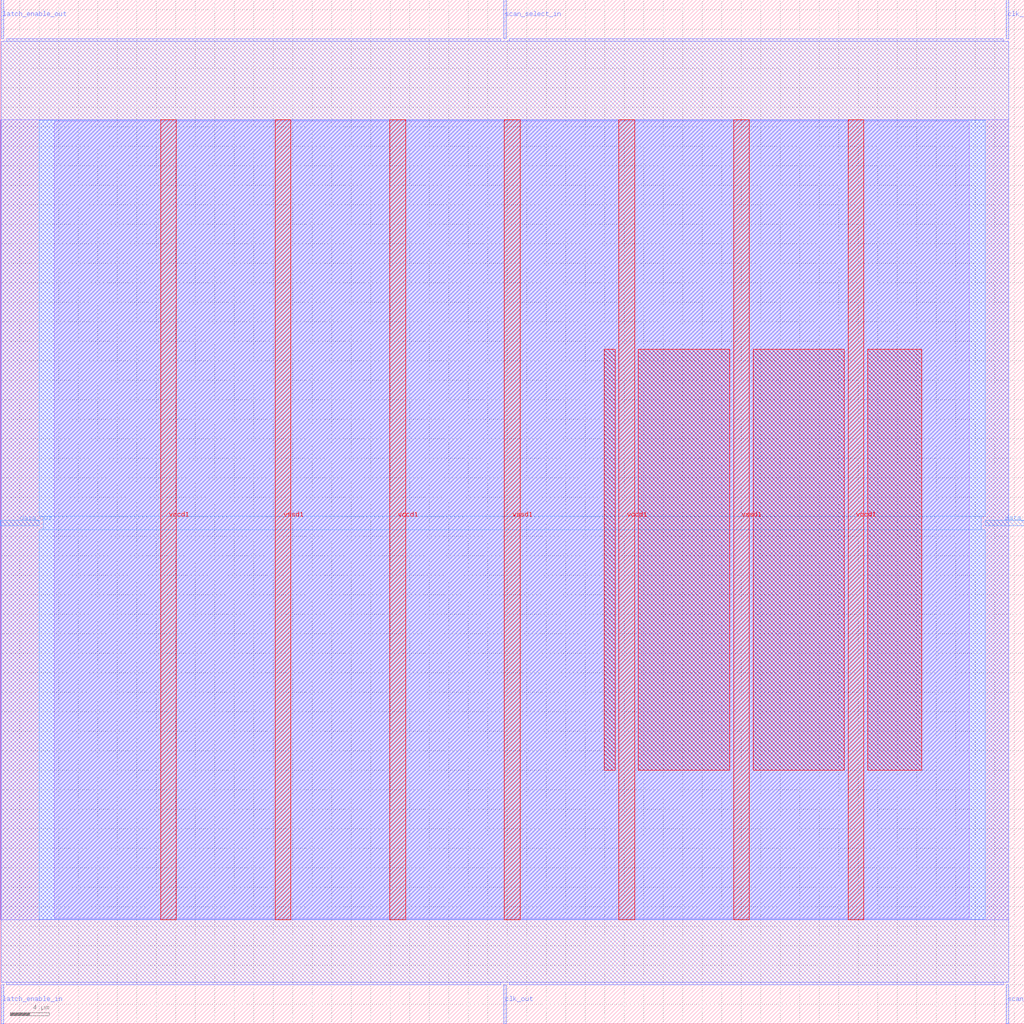
<source format=lef>
VERSION 5.7 ;
  NOWIREEXTENSIONATPIN ON ;
  DIVIDERCHAR "/" ;
  BUSBITCHARS "[]" ;
MACRO scan_wrapper_341424636358034002
  CLASS BLOCK ;
  FOREIGN scan_wrapper_341424636358034002 ;
  ORIGIN 0.000 0.000 ;
  SIZE 105.000 BY 105.000 ;
  PIN clk_in
    DIRECTION INPUT ;
    USE SIGNAL ;
    PORT
      LAYER met2 ;
        RECT 103.130 101.000 103.410 105.000 ;
    END
  END clk_in
  PIN clk_out
    DIRECTION OUTPUT TRISTATE ;
    USE SIGNAL ;
    PORT
      LAYER met2 ;
        RECT 51.610 0.000 51.890 4.000 ;
    END
  END clk_out
  PIN data_in
    DIRECTION INPUT ;
    USE SIGNAL ;
    PORT
      LAYER met3 ;
        RECT 101.000 51.040 105.000 51.640 ;
    END
  END data_in
  PIN data_out
    DIRECTION OUTPUT TRISTATE ;
    USE SIGNAL ;
    PORT
      LAYER met3 ;
        RECT 0.000 51.040 4.000 51.640 ;
    END
  END data_out
  PIN latch_enable_in
    DIRECTION INPUT ;
    USE SIGNAL ;
    PORT
      LAYER met2 ;
        RECT 0.090 0.000 0.370 4.000 ;
    END
  END latch_enable_in
  PIN latch_enable_out
    DIRECTION OUTPUT TRISTATE ;
    USE SIGNAL ;
    PORT
      LAYER met2 ;
        RECT 0.090 101.000 0.370 105.000 ;
    END
  END latch_enable_out
  PIN scan_select_in
    DIRECTION INPUT ;
    USE SIGNAL ;
    PORT
      LAYER met2 ;
        RECT 51.610 101.000 51.890 105.000 ;
    END
  END scan_select_in
  PIN scan_select_out
    DIRECTION OUTPUT TRISTATE ;
    USE SIGNAL ;
    PORT
      LAYER met2 ;
        RECT 103.130 0.000 103.410 4.000 ;
    END
  END scan_select_out
  PIN vccd1
    DIRECTION INOUT ;
    USE POWER ;
    PORT
      LAYER met4 ;
        RECT 16.465 10.640 18.065 92.720 ;
    END
    PORT
      LAYER met4 ;
        RECT 39.955 10.640 41.555 92.720 ;
    END
    PORT
      LAYER met4 ;
        RECT 63.445 10.640 65.045 92.720 ;
    END
    PORT
      LAYER met4 ;
        RECT 86.935 10.640 88.535 92.720 ;
    END
  END vccd1
  PIN vssd1
    DIRECTION INOUT ;
    USE GROUND ;
    PORT
      LAYER met4 ;
        RECT 28.210 10.640 29.810 92.720 ;
    END
    PORT
      LAYER met4 ;
        RECT 51.700 10.640 53.300 92.720 ;
    END
    PORT
      LAYER met4 ;
        RECT 75.190 10.640 76.790 92.720 ;
    END
  END vssd1
  OBS
      LAYER li1 ;
        RECT 5.520 10.795 99.360 92.565 ;
      LAYER met1 ;
        RECT 0.070 10.640 103.430 92.720 ;
      LAYER met2 ;
        RECT 0.650 100.720 51.330 101.000 ;
        RECT 52.170 100.720 102.850 101.000 ;
        RECT 0.100 4.280 103.400 100.720 ;
        RECT 0.650 4.000 51.330 4.280 ;
        RECT 52.170 4.000 102.850 4.280 ;
      LAYER met3 ;
        RECT 4.000 52.040 101.000 92.645 ;
        RECT 4.400 50.640 100.600 52.040 ;
        RECT 4.000 10.715 101.000 50.640 ;
      LAYER met4 ;
        RECT 61.935 26.015 63.045 69.185 ;
        RECT 65.445 26.015 74.790 69.185 ;
        RECT 77.190 26.015 86.535 69.185 ;
        RECT 88.935 26.015 94.465 69.185 ;
  END
END scan_wrapper_341424636358034002
END LIBRARY


</source>
